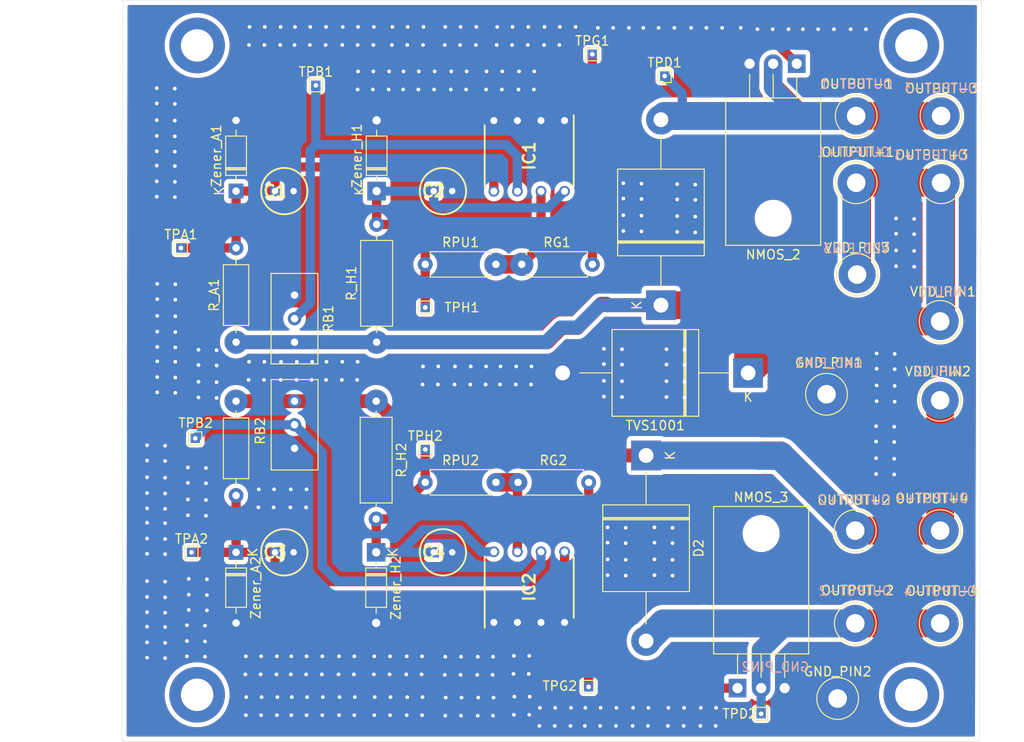
<source format=kicad_pcb>
(kicad_pcb (version 20241229) (generator "pcbnew") (generator_version "9.0")
  (layers (0 "F.Cu" signal) (2 "B.Cu" signal) (13 "F.Paste" user) (15 "B.Paste" user) (5 "F.SilkS" user "F.Silkscreen") (7 "B.SilkS" user "B.Silkscreen") (1 "F.Mask" user) (3 "B.Mask" user) (25 "Edge.Cuts" user))
  (net 0 "")
  (net 1 "GND")
  (net 2 "VDD")
  (net 3 "Net-(NMOS_2-D)")
  (net 4 "Net-(NMOS_3-D)")
  (net 5 "Net-(IC1-OUTPUT2)")
  (net 6 "Net-(IC1-INPUT2-)")
  (net 7 "Net-(IC2-INPUT2-)")
  (net 8 "Net-(IC2-OUTPUT2)")
  (net 9 "Net-(NMOS_2-G)")
  (net 10 "Net-(NMOS_3-G)")
  (net 11 "Net-(IC1-INPUT2+)")
  (net 12 "Net-(IC1-VCC)")
  (net 13 "Net-(IC2-INPUT2+)")
  (net 14 "Net-(IC2-VCC)")
  (net 15 "VDD2")
  (footprint "Resistor_THT:R_Axial_DIN0207_L6.3mm_D2.5mm_P10.16mm_Horizontal" (layer "F.Cu") (at 49.95 73.25 -90)
    (property "Reference" "R_A2" (hide yes))
    (property "Value" "2.5k")
  )
  (footprint "Diode_THT:D_DO-35_SOD27_P7.62mm_Horizontal" (layer "F.Cu") (at 65.1 50.6 90)
    (property "Reference" "Zener_H1")
    (property "Value" "16V")
  )
  (footprint "TestPoint:TestPoint_THTPad_1.0x1.0mm_Drill0.5mm" (layer "F.Cu") (at 106.55 106.95)
    (property "Reference" "TPD2")
    (property "Value" "Output-")
  )
  (footprint "Resistor_THT:R_Axial_DIN0207_L6.3mm_D2.5mm_P7.62mm_Horizontal" (layer "F.Cu") (at 80.74 58.5)
    (property "Reference" "RG1")
    (property "Value" "2.5k")
  )
  (footprint "SamacSys_Parts:CAPPRD200W52D500H1250" (layer "F.Cu") (at 71.25 50.6)
    (property "Reference" "C2")
    (property "Value" "C_Polarized" (hide yes))
  )
  (footprint "Diode_THT:D_DO-35_SOD27_P7.62mm_Horizontal" (layer "F.Cu") (at 65.05 89.54 -90)
    (property "Reference" "Zener_H2")
    (property "Value" "16V")
  )
  (footprint "TestPoint:TestPoint_THTPad_D4.0mm_Drill2.0mm" (layer "F.Cu") (at 125.95 49.7)
    (property "Reference" "OUTPUT+3")
    (property "Value" "~")
  )
  (footprint "TestPoint:TestPoint_THTPad_1.0x1.0mm_Drill0.5mm" (layer "F.Cu") (at 96.15 38.2)
    (property "Reference" "TPD1")
    (property "Value" "Output-")
  )
  (footprint "TestPoint:TestPoint_THTPad_1.0x1.0mm_Drill0.5mm" (layer "F.Cu") (at 87.95 104.05)
    (property "Reference" "TPG2")
    (property "Value" "Gate")
  )
  (footprint "TestPoint:TestPoint_THTPad_D4.0mm_Drill2.0mm" (layer "F.Cu") (at 116.7 97.2)
    (property "Reference" "OUTPUT-2")
    (property "Value" "~")
  )
  (footprint "SamacSys_Parts:CAPPRD200W52D500H1250" (layer "F.Cu") (at 71.25 89.54)
    (property "Reference" "C4")
    (property "Value" "C_Polarized" (hide yes))
  )
  (footprint "TestPoint:TestPoint_THTPad_D4.0mm_Drill2.0mm" (layer "F.Cu") (at 125.85 64.65)
    (property "Reference" "VDD_PIN1")
    (property "Value" "~")
  )
  (footprint "TestPoint:TestPoint_THTPad_1.0x1.0mm_Drill0.5mm" (layer "F.Cu") (at 44 56.73)
    (property "Reference" "TPA1")
    (property "Value" "A_point")
  )
  (footprint "Resistor_THT:R_Axial_DIN0309_L9.0mm_D3.2mm_P12.70mm_Horizontal" (layer "F.Cu") (at 65.05 73.25 -90)
    (property "Reference" "R_H2")
    (property "Value" "1K")
  )
  (footprint "TestPoint:TestPoint_THTPad_D4.0mm_Drill2.0mm" (layer "F.Cu") (at 116.8 42.5)
    (property "Reference" "OUTPUT-1")
    (property "Value" "~")
  )
  (footprint "TestPoint:TestPoint_THTPad_D4.0mm_Drill2.0mm" (layer "F.Cu") (at 116.9 59.6)
    (property "Reference" "VDD_PIN3")
    (property "Value" "~")
  )
  (footprint "TestPoint:TestPoint_THTPad_D4.0mm_Drill2.0mm" (layer "F.Cu") (at 113.6 72.5)
    (property "Reference" "GND_PIN1")
    (property "Value" "~")
  )
  (footprint "SamacSys_Parts:CAPPRD200W52D500H1250" (layer "F.Cu") (at 54.15 89.54)
    (property "Reference" "C3")
    (property "Value" "C_Polarized" (hide yes))
  )
  (footprint "TestPoint:TestPoint_THTPad_1.0x1.0mm_Drill0.5mm" (layer "F.Cu") (at 45.15 89.54)
    (property "Reference" "TPA2")
    (property "Value" "A_point")
  )
  (footprint "TestPoint:TestPoint_THTPad_1.0x1.0mm_Drill0.5mm" (layer "F.Cu") (at 58.55 39.2)
    (property "Reference" "TPB1")
    (property "Value" "B_point")
  )
  (footprint "TestPoint:TestPoint_THTPad_D4.0mm_Drill2.0mm" (layer "F.Cu") (at 125.85 97.2)
    (property "Reference" "OUTPUT-4")
    (property "Value" "~")
  )
  (footprint "Resistor_THT:R_Axial_DIN0207_L6.3mm_D2.5mm_P7.62mm_Horizontal" (layer "F.Cu") (at 70.34 58.5)
    (property "Reference" "RPU1")
    (property "Value" "2.5k")
  )
  (footprint "KiCad:TO-220-3_Horizontal_TabDown" (layer "F.Cu") (at 110.39 36.87 180)
    (property "Reference" "NMOS_2")
    (property "Value" "NMOS")
  )
  (footprint "TestPoint:TestPoint_THTPad_1.0x1.0mm_Drill0.5mm" (layer "F.Cu") (at 88.35 35.85)
    (property "Reference" "TPG1")
    (property "Value" "Gate")
  )
  (footprint "Potentiometer_THT:Potentiometer_Bourns_3296W_Vertical" (layer "F.Cu") (at 56.25 66.89 -90)
    (property "Reference" "RB1")
    (property "Value" "R_Potentiometer_Trim_US")
  )
  (footprint "TestPoint:TestPoint_THTPad_D4.0mm_Drill2.0mm" (layer "F.Cu") (at 114.8 105.3)
    (property "Reference" "GND_PIN2")
    (property "Value" "~")
  )
  (footprint "Potentiometer_THT:Potentiometer_Bourns_3296W_Vertical" (layer "F.Cu") (at 56.25 73.25 90)
    (property "Reference" "RB2")
    (property "Value" "R_Potentiometer_Trim_US")
  )
  (footprint "KiCad:screwHole" (layer "F.Cu") (at 45.75 104.9)
    (property "Reference" "H4")
    (property "Value" "MountingHole")
  )
  (footprint "KiCad:DIP762W56P254L930H431Q8N" (layer "F.Cu") (at 81.55 46.81 -90)
    (property "Reference" "IC1")
    (property "Value" "AS393P-E1" (hide yes))
  )
  (footprint "TestPoint:TestPoint_THTPad_D4.0mm_Drill2.0mm" (layer "F.Cu") (at 125.95 42.5)
    (property "Reference" "OUTPUT-3")
    (property "Value" "~")
  )
  (footprint "TestPoint:TestPoint_THTPad_D4.0mm_Drill2.0mm" (layer "F.Cu") (at 116.8 49.7)
    (property "Reference" "OUTPUT+1")
    (property "Value" "~")
  )
  (footprint "Diode_THT:D_P600_R-6_P20.00mm_Horizontal" (layer "F.Cu") (at 95.75 62.9 90)
    (property "Reference" "D1" (hide yes))
    (property "Value" "5KP28A")
  )
  (footprint "Resistor_THT:R_Axial_DIN0207_L6.3mm_D2.5mm_P10.16mm_Horizontal" (layer "F.Cu") (at 49.95 66.89 90)
    (property "Reference" "R_A1")
    (property "Value" "2.5k")
  )
  (footprint "KiCad:screwHole" (layer "F.Cu") (at 122.75 34.9)
    (property "Reference" "H1")
    (property "Value" "MountingHole")
  )
  (footprint "Diode_THT:D_DO-35_SOD27_P7.62mm_Horizontal" (layer "F.Cu") (at 49.95 89.54 -90)
    (property "Reference" "Zener_A2")
    (property "Value" "11V")
  )
  (footprint "KiCad:TO-220-3_Horizontal_TabDown" (layer "F.Cu") (at 104.01 104.18)
    (property "Reference" "NMOS_3")
    (property "Value" "NMOS")
  )
  (footprint "TestPoint:TestPoint_THTPad_D4.0mm_Drill2.0mm" (layer "F.Cu") (at 125.85 87.2)
    (property "Reference" "OUTPUT+4")
    (property "Value" "~")
  )
  (footprint "Resistor_THT:R_Axial_DIN0207_L6.3mm_D2.5mm_P7.62mm_Horizontal" (layer "F.Cu") (at 70.34 82)
    (property "Reference" "RPU2")
    (property "Value" "2.5k")
  )
  (footprint "TestPoint:TestPoint_THTPad_1.0x1.0mm_Drill0.5mm" (layer "F.Cu") (at 70.35 78.45)
    (property "Reference" "TPH2")
    (property "Value" "H_point")
  )
  (footprint "Diode_THT:D_P600_R-6_P20.00mm_Horizontal" (layer "F.Cu") (at 94.15 79.1 -90)
    (property "Reference" "D2")
    (property "Value" "5KP28A")
  )
  (footprint "SamacSys_Parts:CAPPRD200W52D500H1250" (layer "F.Cu") (at 54.15 50.6)
    (property "Reference" "C1")
    (property "Value" "C_Polarized" (hide yes))
  )
  (footprint "KiCad:screwHole" (layer "F.Cu") (at 45.75 34.9)
    (property "Reference" "H3")
    (property "Value" "MountingHole")
  )
  (footprint "TestPoint:TestPoint_THTPad_D4.0mm_Drill2.0mm" (layer "F.Cu") (at 125.85 73.15)
    (property "Reference" "VDD_PIN2")
    (property "Value" "~")
  )
  (footprint "Resistor_THT:R_Axial_DIN0207_L6.3mm_D2.5mm_P7.62mm_Horizontal" (layer "F.Cu") (at 80.34 82)
    (property "Reference" "RG2")
    (property "Value" "2.5k")
  )
  (footprint "Diode_THT:D_P600_R-6_P20.00mm_Horizontal" (layer "F.Cu") (at 105.15 70.2 180)
    (property "Reference" "TVS1001")
    (property "Value" "100V")
  )
  (footprint "TestPoint:TestPoint_THTPad_1.0x1.0mm_Drill0.5mm" (layer "F.Cu") (at 45.55 77.25)
    (property "Reference" "TPB2")
    (property "Value" "B_point")
  )
  (footprint "Diode_THT:D_DO-35_SOD27_P7.62mm_Horizontal" (layer "F.Cu") (at 49.95 50.6 90)
    (property "Reference" "Zener_A1")
    (property "Value" "11V")
  )
  (footprint "TestPoint:TestPoint_THTPad_1.0x1.0mm_Drill0.5mm" (layer "F.Cu") (at 70.34 63.15)
    (property "Reference" "TPH1")
    (property "Value" "H_point")
  )
  (footprint "KiCad:screwHole" (layer "F.Cu") (at 122.75 104.9)
    (property "Reference" "H2")
    (property "Value" "MountingHole")
  )
  (footprint "TestPoint:TestPoint_THTPad_D4.0mm_Drill2.0mm" (layer "F.Cu") (at 116.7 87.2)
    (property "Reference" "OUTPUT+2")
    (property "Value" "~")
  )
  (footprint "Resistor_THT:R_Axial_DIN0309_L9.0mm_D3.2mm_P12.70mm_Horizontal" (layer "F.Cu") (at 65.1 66.89 90)
    (property "Reference" "R_H1")
    (property "Value" "1K")
  )
  (footprint "KiCad:DIP762W56P254L930H431Q8N" (layer "F.Cu") (at 81.55 93.29 90)
    (property "Reference" "IC2")
    (property "Value" "AS393P-E1" (hide yes))
  )
  (gr_line (start 130.3 30.05) (end 130.1 109.9) (stroke (width 0.0381)) (layer "Edge.Cuts"))
  (gr_line (start 37.75 30.05) (end 37.65 109.9) (stroke (width 0.0381)) (layer "Edge.Cuts"))
  (gr_line (start 130.1 109.9) (end 37.65 109.9) (stroke (width 0.0381)) (layer "Edge.Cuts"))
  (gr_line (start 130.3 30.05) (end 37.75 30.05) (stroke (width 0.0381)) (layer "Edge.Cuts"))
  (gr_text "OUTPUT+3" (at 124.85 46.75 0) (layer "B.SilkS") (effects (font (size 1 1)) (justify mirror)))
  (gr_text "GND_PIN1" (at 113.85 69.15 0) (layer "B.SilkS") (effects (font (size 1 1)) (justify mirror)))
  (gr_text "OUTPUT-2" (at 116.7 93.7 0) (layer "B.SilkS") (effects (font (size 1 1)) (justify mirror)))
  (gr_text "VDD_PIN3" (at 116.8 56.8 0) (layer "B.SilkS") (effects (font (size 1 1)) (justify mirror)))
  (gr_text "OUTPUT-3" (at 125.95 39.5 0) (layer "B.SilkS") (effects (font (size 1 1)) (justify mirror)))
  (gr_text "OUTPUT+4" (at 125 83.7 0) (layer "B.SilkS") (effects (font (size 1 1)) (justify mirror)))
  (gr_text "OUTPUT-1" (at 116.8 39.05 0) (layer "B.SilkS") (effects (font (size 1 1)) (justify mirror)))
  (gr_text "OUTPUT-4" (at 125.85 93.75 0) (layer "B.SilkS") (effects (font (size 1 1)) (justify mirror)))
  (gr_text "INPUT1" (at 126.1 61.45 0) (layer "B.SilkS") (effects (font (size 1 1)) (justify mirror)))
  (gr_text "INPUT2" (at 125.65 70.05 0) (layer "B.SilkS") (effects (font (size 1 1)) (justify mirror)))
  (gr_text "GND_PIN2" (at 108.1 101.9 0) (layer "B.SilkS") (effects (font (size 1 1)) (justify mirror)))
  (gr_text "OUTPUT+1" (at 116.5 46.4 0) (layer "B.SilkS") (effects (font (size 1 1)) (justify mirror)))
  (gr_text "OUTPUT+2" (at 116.6 83.9 0) (layer "B.SilkS") (effects (font (size 1 1)) (justify mirror)))
  (via (at 72.5 32.9) (size 0.6) (drill 0.4) (layers "F.Cu" "B.Cu") (net 1))
  (via (at 93.65 51.45) (size 0.6) (drill 0.4) (layers "F.Cu" "B.Cu") (net 1))
  (via (at 89.6 72.75) (size 0.6) (drill 0.4) (layers "F.Cu" "B.Cu") (net 1))
  (via (at 69.6 39.65) (size 0.6) (drill 0.4) (layers "F.Cu" "B.Cu") (net 1))
  (via (at 78.4 71.45) (size 0.6) (drill 0.4) (layers "F.Cu" "B.Cu") (net 1))
  (via (at 41.45 67.4) (size 0.6) (drill 0.4) (layers "F.Cu" "B.Cu") (net 1))
  (via (at 62.7 107.1) (size 0.6) (drill 0.4) (layers "F.Cu" "B.Cu") (net 1))
  (via (at 74.2 100.8) (size 0.6) (drill 0.4) (layers "F.Cu" "B.Cu") (net 1))
  (via (at 91.7 51.4) (size 0.6) (drill 0.4) (layers "F.Cu" "B.Cu") (net 1))
  (via (at 87.55 108.25) (size 0.6) (drill 0.4) (layers "F.Cu" "B.Cu") (net 1))
  (via (at 96.35 67.65) (size 0.6) (drill 0.4) (layers "F.Cu" "B.Cu") (net 1))
  (via (at 42.3 81.5) (size 0.6) (drill 0.4) (layers "F.Cu" "B.Cu") (net 1))
  (via (at 97 92.05) (size 0.6) (drill 0.4) (layers "F.Cu" "B.Cu") (net 1))
  (via (at 97 90.35) (size 0.6) (drill 0.4) (layers "F.Cu" "B.Cu") (net 1))
  (via (at 41.45 68.95) (size 0.6) (drill 0.4) (layers "F.Cu" "B.Cu") (net 1))
  (via (at 74.25 105.2) (size 0.6) (drill 0.4) (layers "F.Cu" "B.Cu") (net 1))
  (via (at 43.4 70.7) (size 0.6) (drill 0.4) (layers "F.Cu" "B.Cu") (net 1))
  (via (at 77.65 107.15) (size 0.6) (drill 0.4) (layers "F.Cu" "B.Cu") (net 1))
  (via (at 81.55 100.7) (size 0.6) (drill 0.4) (layers "F.Cu" "B.Cu") (net 1))
  (via (at 76.05 105.2) (size 0.6) (drill 0.4) (layers "F.Cu" "B.Cu") (net 1))
  (via (at 100.65 33) (size 0.6) (drill 0.4) (layers "F.Cu" "B.Cu") (net 1))
  (via (at 44.75 80.4) (size 0.6) (drill 0.4) (layers "F.Cu" "B.Cu") (net 1))
  (via (at 76 107.15) (size 0.6) (drill 0.4) (layers "F.Cu" "B.Cu") (net 1))
  (via (at 75.95 102.75) (size 0.6) (drill 0.4) (layers "F.Cu" "B.Cu") (net 1))
  (via (at 55.9 107.1) (size 0.6) (drill 0.4) (layers "F.Cu" "B.Cu") (net 1))
  (via (at 54 84.7) (size 0.6) (drill 0.4) (layers "F.Cu" "B.Cu") (net 1))
  (via (at 89.6 69.25) (size 0.6) (drill 0.4) (layers "F.Cu" "B.Cu") (net 1))
  (via (at 54.05 82.75) (size 0.6) (drill 0.4) (layers "F.Cu" "B.Cu") (net 1))
  (via (at 57.55 100.75) (size 0.6) (drill 0.4) (layers "F.Cu" "B.Cu") (net 1))
  (via (at 82.1 37.7) (size 0.6) (drill 0.4) (layers "F.Cu" "B.Cu") (net 1))
  (via (at 123.05 57.05) (size 0.6) (drill 0.4) (layers "F.Cu" "B.Cu") (net 1))
  (via (at 67.95 39.65) (size 0.6) (drill 0.4) (layers "F.Cu" "B.Cu") (net 1))
  (via (at 64.85 100.75) (size 0.6) (drill 0.4) (layers "F.Cu" "B.Cu") (net 1))
  (via (at 71.3 39.65) (size 0.6) (drill 0.4) (layers "F.Cu" "B.Cu") (net 1))
  (via (at 83.2 32.9) (size 0.6) (drill 0.4) (layers "F.Cu" "B.Cu") (net 1))
  (via (at 106.15 33.15) (size 0.6) (drill 0.4) (layers "F.Cu" "B.Cu") (net 1))
  (via (at 119 71.55) (size 0.6) (drill 0.4) (layers "F.Cu" "B.Cu") (net 1))
  (via (at 41.4 44.65) (size 0.6) (drill 0.4) (layers "F.Cu" "B.Cu") (net 1))
  (via (at 55.85 102.7) (size 0.6) (drill 0.4) (layers "F.Cu" "B.Cu") (net 1))
  (via (at 68.3 102.7) (size 0.6) (drill 0.4) (layers "F.Cu" "B.Cu") (net 1))
  (via (at 57.95 32.9) (size 0.6) (drill 0.4) (layers "F.Cu" "B.Cu") (net 1))
  (via (at 57.9 34.85) (size 0.6) (drill 0.4) (layers "F.Cu" "B.Cu") (net 1))
  (via (at 80.4 39.65) (size 0.6) (drill 0.4) (layers "F.Cu" "B.Cu") (net 1))
  (via (at 45.9 72.85) (size 0.6) (drill 0.4) (layers "F.Cu" "B.Cu") (net 1))
  (via (at 43.4 72.35) (size 0.6) (drill 0.4) (layers "F.Cu" "B.Cu") (net 1))
  (via (at 40.35 86.35) (size 0.6) (drill 0.4) (layers "F.Cu" "B.Cu") (net 1))
  (via (at 77.7 105.2) (size 0.6) (drill 0.4) (layers "F.Cu" "B.Cu") (net 1))
  (via (at 81.4 34.85) (size 0.6) (drill 0.4) (layers "F.Cu" "B.Cu") (net 1))
  (via (at 68.35 107.1) (size 0.6) (drill 0.4) (layers "F.Cu" "B.Cu") (net 1))
  (via (at 93.65 54.95) (size 0.6) (drill 0.4) (layers "F.Cu" "B.Cu") (net 1))
  (via (at 72.55 105.2) (size 0.6) (drill 0.4) (layers "F.Cu" "B.Cu") (net 1))
  (via (at 59.2 102.7) (size 0.6) (drill 0.4) (layers "F.Cu" "B.Cu") (net 1))
  (via (at 40.35 96) (size 0.6) (drill 0.4) (layers "F.Cu" "B.Cu") (net 1))
  (via (at 81.45 32.9) (size 0.6) (drill 0.4) (layers "F.Cu" "B.Cu") (net 1))
  (via (at 42.3 88.1) (size 0.6) (drill 0.4) (layers "F.Cu" "B.Cu") (net 1))
  (via (at 57.5 84.7) (size 0.6) (drill 0.4) (layers "F.Cu" "B.Cu") (net 1))
  (via (at 41.45 60.6) (size 0.6) (drill 0.4) (layers "F.Cu" "B.Cu") (net 1))
  (via (at 61.05 107.1) (size 0.6) (drill 0.4) (layers "F.Cu" "B.Cu") (net 1))
  (via (at 55.95 105.15) (size 0.6) (drill 0.4) (layers "F.Cu" "B.Cu") (net 1))
  (via (at 63.05 69) (size 0.6) (drill 0.4) (layers "F.Cu" "B.Cu") (net 1))
  (via (at 42.3 84.85) (size 0.6) (drill 0.4) (layers "F.Cu" "B.Cu") (net 1))
  (via (at 50.95 102.7) (size 0.6) (drill 0.4) (layers "F.Cu" "B.Cu") (net 1))
  (via (at 90.6 33) (size 0.6) (drill 0.4) (layers "F.Cu" "B.Cu") (net 1))
  (via (at 46.8 95.8) (size 0.6) (drill 0.4) (layers "F.Cu" "B.Cu") (net 1))
  (via (at 84.8 34.85) (size 0.6) (drill 0.4) (layers "F.Cu" "B.Cu") (net 1))
  (via (at 42.3 89.75) (size 0.6) (drill 0.4) (layers "F.Cu" "B.Cu") (net 1))
  (via (at 91.7 54.9) (size 0.6) (drill 0.4) (layers "F.Cu" "B.Cu") (net 1))
  (via (at 78.65 37.7) (size 0.6) (drill 0.4) (layers "F.Cu" "B.Cu") (net 1))
  (via (at 43.35 51.25) (size 0.6) (drill 0.4) (layers "F.Cu" "B.Cu") (net 1))
  (via (at 121.1 53.55) (size 0.6) (drill 0.4) (layers "F.Cu" "B.Cu") (net 1))
  (via (at 95.05 92) (size 0.6) (drill 0.4) (layers "F.Cu" "B.Cu") (net 1))
  (via (at 123.05 53.6) (size 0.6) (drill 0.4) (layers "F.Cu" "B.Cu") (net 1))
  (via (at 59.3 105.15) (size 0.6) (drill 0.4) (layers "F.Cu" "B.Cu") (net 1))
  (via (at 44.75 82.05) (size 0.6) (drill 0.4) (layers "F.Cu" "B.Cu") (net 1))
  (via (at 41.4 49.55) (size 0.6) (drill 0.4) (layers "F.Cu" "B.Cu") (net 1))
  (via (at 92.7 108.25) (size 0.6) (drill 0.4) (layers "F.Cu" "B.Cu") (net 1))
  (via (at 93.85 33) (size 0.6) (drill 0.4) (layers "F.Cu" "B.Cu") (net 1))
  (via (at 79.75 32.9) (size 0.6) (drill 0.4) (layers "F.Cu" "B.Cu") (net 1))
  (via (at 82.7 106.3) (size 0.6) (drill 0.4) (layers "F.Cu" "B.Cu") (net 1))
  (via (at 91.7 49.75) (size 0.6) (drill 0.4) (layers "F.Cu" "B.Cu") (net 1))
  (via (at 66.6 105.15) (size 0.6) (drill 0.4) (layers "F.Cu" "B.Cu") (net 1))
  (via (at 53 69) (size 0.6) (drill 0.4) (layers "F.Cu" "B.Cu") (net 1))
  (via (at 70.1 69.5) (size 0.6) (drill 0.4) (layers "F.Cu" "B.Cu") (net 1))
  (via (at 89.6 67.6) (size 0.6) (drill 0.4) (layers "F.Cu" "B.Cu") (net 1))
  (via (at 74.75 39.65) (size 0.6) (drill 0.4) (layers "F.Cu" "B.Cu") (net 1))
  (via (at 68.4 105.15) (size 0.6) (drill 0.4) (layers "F.Cu" "B.Cu") (net 1))
  (via (at 120.95 71.6) (size 0.6) (drill 0.4) (layers "F.Cu" "B.Cu") (net 1))
  (via (at 90.95 106.3) (size 0.6) (drill 0.4) (layers "F.Cu" "B.Cu") (net 1))
  (via (at 73.5 71.45) (size 0.6) (drill 0.4) (layers "F.Cu" "B.Cu") (net 1))
  (via (at 91.95 88.55) (size 0.6) (drill 0.4) (layers "F.Cu" "B.Cu") (net 1))
  (via (at 74.15 32.9) (size 0.6) (drill 0.4) (layers "F.Cu" "B.Cu") (net 1))
  (via (at 59.25 100.75) (size 0.6) (drill 0.4) (layers "F.Cu" "B.Cu") (net 1))
  (via (at 47.85 69.4) (size 0.6) (drill 0.4) (layers "F.Cu" "B.Cu") (net 1))
  (via (at 100.05 106.3) (size 0.6) (drill 0.4) (layers "F.Cu" "B.Cu") (net 1))
  (via (at 43.35 49.6) (size 0.6) (drill 0.4) (layers "F.Cu" "B.Cu") (net 1))
  (via (at 91.55 69.3) (size 0.6) (drill 0.4) (layers "F.Cu" "B.Cu") (net 1))
  (via (at 75.2 71.45) (size 0.6) (drill 0.4) (layers "F.Cu" "B.Cu") (net 1))
  (via (at 75.25 69.5) (size 0.6) (drill 0.4) (layers "F.Cu" "B.Cu") (net 1))
  (via (at 47.85 71.2) (size 0.6) (drill 0.4) (layers "F.Cu" "B.Cu") (net 1))
  (via (at 87.6 106.3) (size 0.6) (drill 0.4) (layers "F.Cu" "B.Cu") (net 1))
  (via (at 119 69.75) (size 0.6) (drill 0.4) (layers "F.Cu" "B.Cu") (net 1))
  (via (at 118.95 75.95) (size 0.6) (drill 0.4) (layers "F.Cu" "B.Cu") (net 1))
  (via (at 40.35 94.35) (size 0.6) (drill 0.4) (layers "F.Cu" "B.Cu") (net 1))
  (via (at 47.85 72.9) (size 0.6) (drill 0.4) (layers "F.Cu" "B.Cu") (net 1))
  (via (at 68.4 34.85) (size 0.6) (drill 0.4) (layers "F.Cu" "B.Cu") (net 1))
  (via (at 69.95 102.7) (size 0.6) (drill 0.4) (layers "F.Cu" "B.Cu") (net 1))
  (via (at 98.2 108.25) (size 0.6) (drill 0.4) (layers "F.Cu" "B.Cu") (net 1))
  (via (at 72.5 107.15) (size 0.6) (drill 0.4) (layers "F.Cu" "B.Cu") (net 1))
  (via (at 82.65 108.25) (size 0.6) (drill 0.4) (layers "F.Cu" "B.Cu") (net 1))
  (via (at 44.85 94.1) (size 0.6) (drill 0.4) (layers "F.Cu" "B.Cu") (net 1))
  (via (at 56.25 34.85) (size 0.6) (drill 0.4) (layers "F.Cu" "B.Cu") (net 1))
  (via (at 119 73.25) (size 0.6) (drill 0.4) (layers "F.Cu" "B.Cu") (net 1))
  (via (at 41.45 62.25) (size 0.6) (drill 0.4) (layers "F.Cu" "B.Cu") (net 1))
  (via (at 119 68.1) (size 0.6) (drill 0.4) (layers "F.Cu" "B.Cu") (net 1))
  (via (at 42.3 96.05) (size 0.6) (drill 0.4) (layers "F.Cu" "B.Cu") (net 1))
  (via (at 66.4 39.65) (size 0.6) (drill 0.4) (layers "F.Cu" "B.Cu") (net 1))
  (via (at 95.05 90.3) (size 0.6) (drill 0.4) (layers "F.Cu" "B.Cu") (net 1))
  (via (at 90.9 108.25) (size 0.6) (drill 0.4) (layers "F.Cu" "B.Cu") (net 1))
  (via (at 88.95 33) (size 0.6) (drill 0.4) (layers "F.Cu" "B.Cu") (net 1))
  (via (at 68 37.7) (size 0.6) (drill 0.4) (layers "F.Cu" "B.Cu") (net 1))
  (via (at 46.7 80.45) (size 0.6) (drill 0.4) (layers "F.Cu" "B.Cu") (net 1))
  (via (at 58.1 70.95) (size 0.6) (drill 0.4) (layers "F.Cu" "B.Cu") (net 1))
  (via (at 54.3 102.7) (size 0.6) (drill 0.4) (layers "F.Cu" "B.Cu") (net 1))
  (via (at 54.75 32.9) (size 0.6) (drill 0.4) (layers "F.Cu" "B.Cu") (net 1))
  (via (at 92.75 106.3) (size 0.6) (drill 0.4) (layers "F.Cu" "B.Cu") (net 1))
  (via (at 44.65 97.4) (size 0.6) (drill 0.4) (layers "F.Cu" "B.Cu") (net 1))
  (via (at 90 88.5) (size 0.6) (drill 0.4) (layers "F.Cu" "B.Cu") (net 1))
  (via (at 96.35 72.8) (size 0.6) (drill 0.4) (layers "F.Cu" "B.Cu") (net 1))
  (via (at 63.05 39.65) (size 0.6) (drill 0.4) (layers "F.Cu" "B.Cu") (net 1))
  (via (at 54.8 69) (size 0.6) (drill 0.4) (layers "F.Cu" "B.Cu") (net 1))
  (via (at 40.35 97.55) (size 0.6) (drill 0.4) (layers "F.Cu" "B.Cu") (net 1))
  (via (at 76 100.8) (size 0.6) (drill 0.4) (layers "F.Cu" "B.Cu") (net 1))
  (via (at 61.45 32.9) (size 0.6) (drill 0.4) (layers "F.Cu" "B.Cu") (net 1))
  (via (at 54.7 34.85) (size 0.6) (drill 0.4) (layers "F.Cu" "B.Cu") (net 1))
  (via (at 42.3 83.2) (size 0.6) (drill 0.4) (layers "F.Cu" "B.Cu") (net 1))
  (via (at 70.05 71.45) (size 0.6) (drill 0.4) (layers "F.Cu" "B.Cu") (net 1))
  (via (at 97 86.9) (size 0.6) (drill 0.4) (layers "F.Cu" "B.Cu") (net 1))
  (via (at 78.45 69.5) (size 0.6) (drill 0.4) (layers "F.Cu" "B.Cu") (net 1))
  (via (at 46.6 100.8) (size 0.6) (drill 0.4) (layers "F.Cu" "B.Cu") (net 1))
  (via (at 99.45 51.55) (size 0.6) (drill 0.4) (layers "F.Cu" "B.Cu") (net 1))
  (via (at 63.1 37.7) (size 0.6) (drill 0.4) (layers "F.Cu" "B.Cu") (net 1))
  (via (at 91.55 67.65) (size 0.6) (drill 0.4) (layers "F.Cu" "B.Cu") (net 1))
  (via (at 100 108.25) (size 0.6) (drill 0.4) (layers "F.Cu" "B.Cu") (net 1))
  (via (at 120.95 73.3) (size 0.6) (drill 0.4) (layers "F.Cu" "B.Cu") (net 1))
  (via (at 109.5 33.15) (size 0.6) (drill 0.4) (layers "F.Cu" "B.Cu") (net 1))
  (via (at 72.45 34.85) (size 0.6) (drill 0.4) (layers "F.Cu" "B.Cu") (net 1))
  (via (at 70.1 34.85) (size 0.6) (drill 0.4) (layers "F.Cu" "B.Cu") (net 1))
  (via (at 61.05 100.75) (size 0.6) (drill 0.4) (layers "F.Cu" "B.Cu") (net 1))
  (via (at 46.6 97.45) (size 0.6) (drill 0.4) (layers "F.Cu" "B.Cu") (net 1))
  (via (at 44.65 99.1) (size 0.6) (drill 0.4) (layers "F.Cu" "B.Cu") (net 1))
  (via (at 68.45 32.9) (size 0.6) (drill 0.4) (layers "F.Cu" "B.Cu") (net 1))
  (via (at 78.6 39.65) (size 0.6) (drill 0.4) (layers "F.Cu" "B.Cu") (net 1))
  (via (at 121.1 55.2) (size 0.6) (drill 0.4) (layers "F.Cu" "B.Cu") (net 1))
  (via (at 43.4 60.65) (size 0.6) (drill 0.4) (layers "F.Cu" "B.Cu") (net 1))
  (via (at 98.25 106.3) (size 0.6) (drill 0.4) (layers "F.Cu" "B.Cu") (net 1))
  (via (at 40.35 100.9) (size 0.6) (drill 0.4) (layers "F.Cu" "B.Cu") (net 1))
  (via (at 99.45 49.9) (size 0.6) (drill 0.4) (layers "F.Cu" "B.Cu") (net 1))
  (via (at 78.1 32.9) (size 0.6) (drill 0.4) (layers "F.Cu" "B.Cu") (net 1))
  (via (at 56.5 69) (size 0.6) (drill 0.4) (layers "F.Cu" "B.Cu") (net 1))
  (via (at 73.15 37.7) (size 0.6) (drill 0.4) (layers "F.Cu" "B.Cu") (net 1))
  (via (at 70.15 32.9) (size 0.6) (drill 0.4) (layers "F.Cu" "B.Cu") (net 1))
  (via (at 44.85 95.75) (size 0.6) (drill 0.4) (layers "F.Cu" "B.Cu") (net 1))
  (via (at 66.55 100.75) (size 0.6) (drill 0.4) (layers "F.Cu" "B.Cu") (net 1))
  (via (at 42.3 78.05) (size 0.6) (drill 0.4) (layers "F.Cu" "B.Cu") (net 1))
  (via (at 121.1 57) (size 0.6) (drill 0.4) (layers "F.Cu" "B.Cu") (net 1))
  (via (at 89.25 106.3) (size 0.6) (drill 0.4) (layers "F.Cu" "B.Cu") (net 1))
  (via (at 51.3 70.95) (size 0.6) (drill 0.4) (layers "F.Cu" "B.Cu") (net 1))
  (via (at 41.4 41.15) (size 0.6) (drill 0.4) (layers "F.Cu" "B.Cu") (net 1))
  (via (at 98.3 67.7) (size 0.6) (drill 0.4) (layers "F.Cu" "B.Cu") (net 1))
  (via (at 52.65 107.1) (size 0.6) (drill 0.4) (layers "F.Cu" "B.Cu") (net 1))
  (via (at 76.85 71.45) (size 0.6) (drill 0.4) (layers "F.Cu" "B.Cu") (net 1))
  (via (at 73.55 69.5) (size 0.6) (drill 0.4) (layers "F.Cu" "B.Cu") (net 1))
  (via (at 63.05 34.85) (size 0.6) (drill 0.4) (layers "F.Cu" "B.Cu") (net 1))
  (via (at 107.8 33.15) (size 0.6) (drill 0.4) (layers "F.Cu" "B.Cu") (net 1))
  (via (at 97.5 53.3) (size 0.6) (drill 0.4) (layers "F.Cu" "B.Cu") (net 1))
  (via (at 90 90.3) (size 0.6) (drill 0.4) (layers "F.Cu" "B.Cu") (net 1))
  (via (at 82.05 39.65) (size 0.6) (drill 0.4) (layers "F.Cu" "B.Cu") (net 1))
  (via (at 114.4 33.15) (size 0.6) (drill 0.4) (layers "F.Cu" "B.Cu") (net 1))
  (via (at 40.35 84.8) (size 0.6) (drill 0.4) (layers "F.Cu" "B.Cu") (net 1))
  (via (at 72.5 100.8) (size 0.6) (drill 0.4) (layers "F.Cu" "B.Cu") (net 1))
  (via (at 54.35 107.1) (size 0.6) (drill 0.4) (layers "F.Cu" "B.Cu") (net 1))
  (via (at 54.75 70.95) (size 0.6) (drill 0.4) (layers "F.Cu" "B.Cu") (net 1))
  (via (at 79.7 34.85) (size 0.6) (drill 0.4) (layers "F.Cu" "B.Cu") (net 1))
  (via (at 43.4 69) (size 0.6) (drill 0.4) (layers "F.Cu" "B.Cu") (net 1))
  (via (at 56.45 70.95) (size 0.6) (drill 0.4) (layers "F.Cu" "B.Cu") (net 1))
  (via (at 81.55 107.05) (size 0.6) (drill 0.4) (layers "F.Cu" "B.Cu") (net 1))
  (via (at 91.55 72.8) (size 0.6) (drill 0.4) (layers "F.Cu" "B.Cu") (net 1))
  (via (at 61.35 70.95) (size 0.6) (drill 0.4) (layers "F.Cu" "B.Cu") (net 1))
  (via (at 42.3 97.6) (size 0.6) (drill 0.4) (layers "F.Cu" "B.Cu") (net 1))
  (via (at 42.3 86.4) (size 0.6) (drill 0.4) (layers "F.Cu" "B.Cu") (net 1))
  (via (at 99.45 55.05) (size 0.6) (drill 0.4) (layers "F.Cu" "B.Cu") (net 1))
  (via (at 120.9 81.15) (size 0.6) (drill 0.4) (layers "F.Cu" "B.Cu") (net 1))
  (via (at 56.3 32.9) (size 0.6) (drill 0.4) (layers "F.Cu" "B.Cu") (net 1))
  (via (at 89.2 108.25) (size 0.6) (drill 0.4) (layers "F.Cu" "B.Cu") (net 1))
  (via (at 46.7 85.6) (size 0.6) (drill 0.4) (layers "F.Cu" "B.Cu") (net 1))
  (via (at 79.85 102.65) (size 0.6) (drill 0.4) (layers "F.Cu" "B.Cu") (net 1))
  (via (at 64.75 37.7) (size 0.6) (drill 0.4) (layers "F.Cu" "B.Cu") (net 1))
  (via (at 43.4 65.8) (size 0.6) (drill 0.4) (layers "F.Cu" "B.Cu") (net 1))
  (via (at 70 100.75) (size 0.6) (drill 0.4) (layers "F.Cu" "B.Cu") (net 1))
  (via (at 52.35 84.7) (size 0.6) (drill 0.4) (layers "F.Cu" "B.Cu") (net 1))
  (via (at 89.6 71.05) (size 0.6) (drill 0.4) (layers "F.Cu" "B.Cu") (net 1))
  (via (at 51.4 32.9) (size 0.6) (drill 0.4) (layers "F.Cu" "B.Cu") (net 1))
  (via (at 59.25 107.1) (size 0.6) (drill 0.4) (layers "F.Cu" "B.Cu") (net 1))
  (via (at 41.4 39.5) (size 0.6) (drill 0.4) (layers "F.Cu" "B.Cu") (net 1))
  (via (at 81.5 102.65) (size 0.6) (drill 0.4) (layers "F.Cu" "B.Cu") (net 1))
  (via (at 98.3 71.15) (size 0.6) (drill 0.4) (layers "F.Cu" "B.Cu") (net 1))
  (via (at 97 88.55) (size 0.6) (drill 0.4) (layers "F.Cu" "B.Cu") (net 1))
  (via (at 64.7 39.65) (size 0.6) (drill 0.4) (layers "F.Cu" "B.Cu") (net 1))
  (via (at 120.9 77.65) (size 0.6) (drill 0.4) (layers "F.Cu" "B.Cu") (net 1))
  (via (at 52.7 105.15) (size 0.6) (drill 0.4) (layers "F.Cu" "B.Cu") (net 1))
  (via (at 44.75 85.55) (size 0.6) (drill 0.4) (layers "F.Cu" "B.Cu") (net 1))
  (via (at 66.55 107.1) (size 0.6) (drill 0.4) (layers "F.Cu" "B.Cu") (net 1))
  (via (at 123.05 58.75) (size 0.6) (drill 0.4) (layers "F.Cu" "B.Cu") (net 1))
  (via (at 45.9 71.15) (size 0.6) (drill 0.4) (layers "F.Cu" "B.Cu") (net 1))
  (via (at 46.8 94.15) (size 0.6) (drill 0.4) (layers "F.Cu" "B.Cu") (net 1))
  (via (at 41.4 46.3) (size 0.6) (drill 0.4) (layers "F.Cu" "B.Cu") (net 1))
  (via (at 55.85 82.75) (size 0.6) (drill 0.4) (layers "F.Cu" "B.Cu") (net 1))
  (via (at 101.7 106.3) (size 0.6) (drill 0.4) (layers "F.Cu" "B.Cu") (net 1))
  (via (at 79.9 107.05) (size 0.6) (drill 0.4) (layers "F.Cu" "B.Cu") (net 1))
  (via (at 99 33) (size 0.6) (drill 0.4) (layers "F.Cu" "B.Cu") (net 1))
  (via (at 70 107.1) (size 0.6) (drill 0.4) (layers "F.Cu" "B.Cu") (net 1))
  (via (at 53.05 32.9) (size 0.6) (drill 0.4) (layers "F.Cu" "B.Cu") (net 1))
  (via (at 84.35 106.3) (size 0.6) (drill 0.4) (layers "F.Cu" "B.Cu") (net 1))
  (via (at 71.75 69.5) (size 0.6) (drill 0.4) (layers "F.Cu" "B.Cu") (net 1))
  (via (at 74.8 37.7) (size 0.6) (drill 0.4) (layers "F.Cu" "B.Cu") (net 1))
  (via (at 44.75 83.85) (size 0.6) (drill 0.4) (layers "F.Cu" "B.Cu") (net 1))
  (via (at 123.05 55.25) (size 0.6) (drill 0.4) (layers "F.Cu" "B.Cu") (net 1))
  (via (at 47.85 67.75) (size 0.6) (drill 0.4) (layers "F.Cu" "B.Cu") (net 1))
  (via (at 52.4 82.75) (size 0.6) (drill 0.4) (layers "F.Cu" "B.Cu") (net 1))
  (via (at 118.95 77.6) (size 0.6) (drill 0.4) (layers "F.Cu" "B.Cu") (net 1))
  (via (at 80.1 71.45) (size 0.6) (drill 0.4) (layers "F.Cu" "B.Cu") (net 1))
  (via (at 43.4 64.1) (size 0.6) (drill 0.4) (layers "F.Cu" "B.Cu") (net 1))
  (via (at 40.35 92.65) (size 0.6) (drill 0.4) (layers "F.Cu" "B.Cu") (net 1))
  (via (at 91.95 86.9) (size 0.6) (drill 0.4) (layers "F.Cu" "B.Cu") (net 1))
  (via (at 59.6 34.85) (size 0.6) (drill 0.4) (layers "F.Cu" "B.Cu") (net 1))
  (via (at 101.65 108.25) (size 0.6) (drill 0.4) (layers "F.Cu" "B.Cu") (net 1))
  (via (at 95.5 33) (size 0.6) (drill 0.4) (layers "F.Cu" "B.Cu") (net 1))
  (via (at 84.3 108.25) (size 0.6) (drill 0.4) (layers "F.Cu" "B.Cu") (net 1))
  (via (at 59.65 70.95) (size 0.6) (drill 0.4) (layers "F.Cu" "B.Cu") (net 1))
  (via (at 91.55 71.1) (size 0.6) (drill 0.4) (layers "F.Cu" "B.Cu") (net 1))
  (via (at 46.8 92.45) (size 0.6) (drill 0.4) (layers "F.Cu" "B.Cu") (net 1))
  (via (at 66.8 32.9) (size 0.6) (drill 0.4) (layers "F.Cu" "B.Cu") (net 1))
  (via (at 77.6 102.75) (size 0.6) (drill 0.4) (layers "F.Cu" "B.Cu") (net 1))
  (via (at 44.65 100.75) (size 0.6) (drill 0.4) (layers "F.Cu" "B.Cu") (net 1))
  (via (at 97.5 49.85) (size 0.6) (drill 0.4) (layers "F.Cu" "B.Cu") (net 1))
  (via (at 66.5 102.7) (size 0.6) (drill 0.4) (layers "F.Cu" "B.Cu") (net 1))
  (via (at 73.1 39.65) (size 0.6) (drill 0.4) (layers "F.Cu" "B.Cu") (net 1))
  (via (at 64.8 32.9) (size 0.6) (drill 0.4) (layers "F.Cu" "B.Cu") (net 1))
  (via (at 76.95 37.7) (size 0.6) (drill 0.4) (layers "F.Cu" "B.Cu") (net 1))
  (via (at 40.35 83.15) (size 0.6) (drill 0.4) (layers "F.Cu" "B.Cu") (net 1))
  (via (at 42.3 99.3) (size 0.6) (drill 0.4) (layers "F.Cu" "B.Cu") (net 1))
  (via (at 111.05 33.15) (size 0.6) (drill 0.4) (layers "F.Cu" "B.Cu") (net 1))
  (via (at 80.45 37.7) (size 0.6) (drill 0.4) (layers "F.Cu" "B.Cu") (net 1))
  (via (at 93.65 53.25) (size 0.6) (drill 0.4) (layers "F.Cu" "B.Cu") (net 1))
  (via (at 117.85 33.15) (size 0.6) (drill 0.4) (layers "F.Cu" "B.Cu") (net 1))
  (via (at 57.55 82.75) (size 0.6) (drill 0.4) (layers "F.Cu" "B.Cu") (net 1))
  (via (at 43.35 41.2) (size 0.6) (drill 0.4) (layers "F.Cu" "B.Cu") (net 1))
  (via (at 90 86.85) (size 0.6) (drill 0.4) (layers "F.Cu" "B.Cu") (net 1))
  (via (at 69.65 37.7) (size 0.6) (drill 0.4) (layers "F.Cu" "B.Cu") (net 1))
  (via (at 76.9 69.5) (size 0.6) (drill 0.4) (layers "F.Cu" "B.Cu") (net 1))
  (via (at 120.9 79.45) (size 0.6) (drill 0.4) (layers "F.Cu" "B.Cu") (net 1))
  (via (at 118.95 81.1) (size 0.6) (drill 0.4) (layers "F.Cu" "B.Cu") (net 1))
  (via (at 81.8 69.5) (size 0.6) (drill 0.4) (layers "F.Cu" "B.Cu") (net 1))
  (via (at 96.5 108.25) (size 0.6) (drill 0.4) (layers "F.Cu" "B.Cu") (net 1))
  (via (at 42.3 79.7) (size 0.6) (drill 0.4) (layers "F.Cu" "B.Cu") (net 1))
  (via (at 57.5 102.7) (size 0.6) (drill 0.4) (layers "F.Cu" "B.Cu") (net 1))
  (via (at 43.35 47.9) (size 0.6) (drill 0.4) (layers "F.Cu" "B.Cu") (net 1))
  (via (at 68.35 100.75) (size 0.6) (drill 0.4) (layers "F.Cu" "B.Cu") (net 1))
  (via (at 81.6 105.1) (size 0.6) (drill 0.4) (layers "F.Cu" "B.Cu") (net 1))
  (via (at 51.05 105.15) (size 0.6) (drill 0.4) (layers "F.Cu" "B.Cu") (net 1))
  (via (at 93.65 49.8) (size 0.6) (drill 0.4) (layers "F.Cu" "B.Cu") (net 1))
  (via (at 86.05 106.3) (size 0.6) (drill 0.4) (layers "F.Cu" "B.Cu") (net 1))
  (via (at 97.5 55) (size 0.6) (drill 0.4) (layers "F.Cu" "B.Cu") (net 1))
  (via (at 74.1 34.85) (size 0.6) (drill 0.4) (layers "F.Cu" "B.Cu") (net 1))
  (via (at 104.35 33) (size 0.6) (drill 0.4) (layers "F.Cu" "B.Cu") (net 1))
  (via (at 40.35 79.65) (size 0.6) (drill 0.4) (layers "F.Cu" "B.Cu") (net 1))
  (via (at 43.35 44.7) (size 0.6) (drill 0.4) (layers "F.Cu" "B.Cu") (net 1))
  (via (at 66.75 34.85) (size 0.6) (drill 0.4) (layers "F.Cu" "B.Cu") (net 1))
  (via (at 57.6 105.15) (size 0.6) (drill 0.4) (layers "F.Cu" "B.Cu") (net 1))
  (via (at 64.85 107.1) (size 0.6) (drill 0.4) (layers "F.Cu" "B.Cu") (net 1))
  (via (at 86.55 32.9) (size 0.6) (drill 0.4) (layers "F.Cu" "B.Cu") (net 1))
  (via (at 59.65 32.9) (size 0.6) (drill 0.4) (layers "F.Cu" "B.Cu") (net 1))
  (via (at 46.7 83.9) (size 0.6) (drill 0.4) (layers "F.Cu" "B.Cu") (net 1))
  (via (at 53 34.85) (size 0.6) (drill 0.4) (layers "F.Cu" "B.Cu") (net 1))
  (via (at 59.7 69) (size 0.6) (drill 0.4) (layers "F.Cu" "B.Cu") (net 1))
  (via (at 95.05 88.5) (size 0.6) (drill 0.4) (layers "F.Cu" "B.Cu") (net 1))
  (via (at 52.6 102.7) (size 0.6) (drill 0.4) (layers "F.Cu" "B.Cu") (net 1))
  (via (at 79.95 105.1) (size 0.6) (drill 0.4) (layers "F.Cu" "B.Cu") (net 1))
  (via (at 43.35 46.35) (size 0.6) (drill 0.4) (layers "F.Cu" "B.Cu") (net 1))
  (via (at 102.35 33) (size 0.6) (drill 0.4) (layers "F.Cu" "B.Cu") (net 1))
  (via (at 61 102.7) (size 0.6) (drill 0.4) (layers "F.Cu" "B.Cu") (net 1))
  (via (at 63.1 32.9) (size 0.6) (drill 0.4) (layers "F.Cu" "B.Cu") (net 1))
  (via (at 64.8 102.7) (size 0.6) (drill 0.4) (layers "F.Cu" "B.Cu") (net 1))
  (via (at 97.2 33) (size 0.6) (drill 0.4) (layers "F.Cu" "B.Cu") (net 1))
  (via (at 118.95 79.4) (size 0.6) (drill 0.4) (layers "F.Cu" "B.Cu") (net 1))
  (via (at 90 92) (size 0.6) (drill 0.4) (layers "F.Cu" "B.Cu") (net 1))
  (via (at 94.4 106.3) (size 0.6) (drill 0.4) (layers "F.Cu" "B.Cu") (net 1))
  (via (at 120.95 68.15) (size 0.6) (drill 0.4) (layers "F.Cu" "B.Cu") (net 1))
  (via (at 64.75 34.85) (size 0.6) (drill 0.4) (layers "F.Cu" "B.Cu") (net 1))
  (via (at 55.8 84.7) (size 0.6) (drill 0.4) (layers "F.Cu" "B.Cu") (net 1))
  (via (at 76.9 39.65) (size 0.6) (drill 0.4) (layers "F.Cu" "B.Cu") (net 1))
  (via (at 46.7 82.1) (size 0.6) (drill 0.4) (layers "F.Cu" "B.Cu") (net 1))
  (via (at 96.55 106.3) (size 0.6) (drill 0.4) (layers "F.Cu" "B.Cu") (net 1))
  (via (at 44.85 92.4) (size 0.6) (drill 0.4) (layers "F.Cu" "B.Cu") (net 1))
  (via (at 54.35 100.75) (size 0.6) (drill 0.4) (layers "F.Cu" "B.Cu") (net 1))
  (via (at 41.4 47.85) (size 0.6) (drill 0.4) (layers "F.Cu" "B.Cu") (net 1))
  (via (at 62.65 102.7) (size 0.6) (drill 0.4) (layers "F.Cu" "B.Cu") (net 1))
  (via (at 52.95 70.95) (size 0.6) (drill 0.4) (layers "F.Cu" "B.Cu") (net 1))
  (via (at 61.4 69) (size 0.6) (drill 0.4) (layers "F.Cu" "B.Cu") (net 1))
  (via (at 62.75 105.15) (size 0.6) (drill 0.4) (layers "F.Cu" "B.Cu") (net 1))
  (via (at 61.1 105.15) (size 0.6) (drill 0.4) (layers "F.Cu" "B.Cu") (net 1))
  (via (at 41.45 72.3) (size 0.6) (drill 0.4) (layers "F.Cu" "B.Cu") (net 1))
  (via (at 51.35 69) (size 0.6) (drill 0.4) (layers "F.Cu" "B.Cu") (net 1))
  (via (at 46.6 99.15) (size 0.6) (drill 0.4) (layers "F.Cu" "B.Cu") (net 1))
  (via (at 81.75 71.45) (size 0.6) (drill 0.4) (layers "F.Cu" "B.Cu") (net 1))
  (via (at 42.3 94.4) (size 0.6) (drill 0.4) (layers "F.Cu" "B.Cu") (net 1))
  (via (at 51 100.75) (size 0.6) (drill 0.4) (layers "F.Cu" "B.Cu") (net 1))
  (via (at 96.35 71.1) (size 0.6) (drill 0.4) (layers "F.Cu" "B.Cu") (net 1))
  (via (at 92.3 33) (size 0.6) (drill 0.4) (layers "F.Cu" "B.Cu") (net 1))
  (via (at 70.05 105.15) (size 0.6) (drill 0.4) (layers "F.Cu" "B.Cu") (net 1))
  (via (at 40.35 88.05) (size 0.6) (drill 0.4) (layers "F.Cu" "B.Cu") (net 1))
  (via (at 42.3 92.7) (size 0.6) (drill 0.4) (layers "F.Cu" "B.Cu") (net 1))
  (via (at 75.8 34.85) (size 0.6) (drill 0.4) (layers "F.Cu" "B.Cu") (net 1))
  (via (at 54.4 105.15) (size 0.6) (drill 0.4) (layers "F.Cu" "B.Cu") (net 1))
  (via (at 94.35 108.25) (size 0.6) (drill 0.4) (layers "F.Cu" "B.Cu") (net 1))
  (via (at 41.45 70.65) (size 0.6) (drill 0.4) (layers "F.Cu" "B.Cu") (net 1))
  (via (at 43.4 62.3) (size 0.6) (drill 0.4) (layers "F.Cu" "B.Cu") (net 1))
  (via (at 58.15 69) (size 0.6) (drill 0.4) (layers "F.Cu" "B.Cu") (net 1))
  (via (at 74.15 102.75) (size 0.6) (drill 0.4) (layers "F.Cu" "B.Cu") (net 1))
  (via (at 40.35 89.7) (size 0.6) (drill 0.4) (layers "F.Cu" "B.Cu") (net 1))
  (via (at 80.15 69.5) (size 0.6) (drill 0.4) (layers "F.Cu" "B.Cu") (net 1))
  (via (at 40.35 99.25) (size 0.6) (drill 0.4) (layers "F.Cu" "B.Cu") (net 1))
  (via (at 45.9 67.7) (size 0.6) (drill 0.4) (layers "F.Cu" "B.Cu") (net 1))
  (via (at 91.95 92.05) (size 0.6) (drill 0.4) (layers "F.Cu" "B.Cu") (net 1))
  (via (at 40.35 81.45) (size 0.6) (drill 0.4) (layers "F.Cu" "B.Cu") (net 1))
  (via (at 84.85 32.9) (size 0.6) (drill 0.4) (layers "F.Cu" "B.Cu") (net 1))
  (via (at 42.3 100.95) (size 0.6) (drill 0.4) (layers "F.Cu" "B.Cu") (net 1))
  (via (at 116.2 33.15) (size 0.6) (drill 0.4) (layers "F.Cu" "B.Cu") (net 1))
  (via (at 43.35 43) (size 0.6) (drill 0.4) (layers "F.Cu" "B.Cu") (net 1))
  (via (at 71.7 71.45) (size 0.6) (drill 0.4) (layers "F.Cu" "B.Cu") (net 1))
  (via (at 41.45 64.05) (size 0.6) (drill 0.4) (layers "F.Cu" "B.Cu") (net 1))
  (via (at 55.9 100.75) (size 0.6) (drill 0.4) (layers "F.Cu" "B.Cu") (net 1))
  (via (at 91.95 90.35) (size 0.6) (drill 0.4) (layers "F.Cu" "B.Cu") (net 1))
  (via (at 77.65 100.8) (size 0.6) (drill 0.4) (layers "F.Cu" "B.Cu") (net 1))
  (via (at 74.2 107.15) (size 0.6) (drill 0.4) (layers "F.Cu" "B.Cu") (net 1))
  (via (at 98.3 72.85) (size 0.6) (drill 0.4) (layers "F.Cu" "B.Cu") (net 1))
  (via (at 66.45 37.7) (size 0.6) (drill 0.4) (layers "F.Cu" "B.Cu") (net 1))
  (via (at 63 70.95) (size 0.6) (drill 0.4) (layers "F.Cu" "B.Cu") (net 1))
  (via (at 75.85 32.9) (size 0.6) (drill 0.4) (layers "F.Cu" "B.Cu") (net 1))
  (via (at 120.9 76) (size 0.6) (drill 0.4) (layers "F.Cu" "B.Cu") (net 1))
  (via (at 72.45 102.75) (size 0.6) (drill 0.4) (layers "F.Cu" "B.Cu") (net 1))
  (via (at 79.9 100.7) (size 0.6) (drill 0.4) (layers "F.Cu" "B.Cu") (net 1))
  (via (at 61.4 34.85) (size 0.6) (drill 0.4) (layers "F.Cu" "B.Cu") (net 1))
  (via (at 51 107.1) (size 0.6) (drill 0.4) (layers "F.Cu" "B.Cu") (net 1))
  (via (at 99.45 53.35) (size 0.6) (drill 0.4) (layers "F.Cu" "B.Cu") (net 1))
  (via (at 51.35 34.85) (size 0.6) (drill 0.4) (layers "F.Cu" "B.Cu") (net 1))
  (via (at 40.35 78) (size 0.6) (drill 0.4) (layers "F.Cu" "B.Cu") (net 1))
  (via (at 96.35 69.3) (size 0.6) (drill 0.4) (layers "F.Cu" "B.Cu") (net 1))
  (via (at 91.7 53.2) (size 0.6) (drill 0.4) (layers "F.Cu" "B.Cu") (net 1))
  (via (at 112.7 33.15) (size 0.6) (drill 0.4) (layers "F.Cu" "B.Cu") (net 1))
  (via (at 121.1 58.7) (size 0.6) (drill 0.4) (layers "F.Cu" "B.Cu") (net 1))
  (via (at 62.7 100.75) (size 0.6) (drill 0.4) (layers "F.Cu" "B.Cu") (net 1))
  (via (at 45.9 69.35) (size 0.6) (drill 0.4) (layers "F.Cu" "B.Cu") (net 1))
  (via (at 97.5 51.5) (size 0.6) (drill 0.4) (layers "F.Cu" "B.Cu") (net 1))
  (via (at 43.35 39.55) (size 0.6) (drill 0.4) (layers "F.Cu" "B.Cu") (net 1))
  (via (at 64.9 105.15) (size 0.6) (drill 0.4) (layers "F.Cu" "B.Cu") (net 1))
  (via (at 41.4 51.2) (size 0.6) (drill 0.4) (layers "F.Cu" "B.Cu") (net 1))
  (via (at 95.05 86.85) (size 0.6) (drill 0.4) (layers "F.Cu" "B.Cu") (net 1))
  (via (at 120.95 69.8) (size 0.6) (drill 0.4) (layers "F.Cu" "B.Cu") (net 1))
  (via (at 52.65 100.75) (size 0.6) (drill 0.4) (layers "F.Cu" "B.Cu") (net 1))
  (via (at 98.3 69.35) (size 0.6) (drill 0.4) (layers "F.Cu" "B.Cu") (net 1))
  (via (at 86 108.25) (size 0.6) (drill 0.4) (layers "F.Cu" "B.Cu") (net 1))
  (via (at 43.4 67.45) (size 0.6) (drill 0.4) (layers "F.Cu" "B.Cu") (net 1))
  (via (at 83.15 34.85) (size 0.6) (drill 0.4) (layers "F.Cu" "B.Cu") (net 1))
  (via (at 41.45 65.75) (size 0.6) (drill 0.4) (layers "F.Cu" "B.Cu") (net 1))
  (via (at 78.05 34.85) (size 0.6) (drill 0.4) (layers "F.Cu" "B.Cu") (net 1))
  (via (at 41.4 42.95) (size 0.6) (drill 0.4) (layers "F.Cu" "B.Cu") (net 1))
  (via (at 71.35 37.7) (size 0.6) (drill 0.4) (layers "F.Cu" "B.Cu") (net 1))
  (via (at 57.55 107.1) (size 0.6) (drill 0.4) (layers "F.Cu" "B.Cu") (net 1))
  (segment (start 83.51 66.89) (end 85.05 65.35) (width 1.5) (layer "F.Cu") (net 2))
  (segment (start 85.05 65.35) (end 86.75 65.35) (width 1.5) (layer "F.Cu") (net 2))
  (segment (start 105.15 66.7) (end 101.35 62.9) (width 3) (layer "F.Cu") (net 2))
  (segment (start 125.95 64.55) (end 125.85 64.65) (width 3) (layer "F.Cu") (net 2))
  (segment (start 116.9 49.8) (end 116.8 49.7) (width 3) (layer "F.Cu") (net 2))
  (segment (start 125.85 64.65) (end 110.7 64.65) (width 3) (layer "F.Cu") (net 2))
  (segment (start 116.8 49.7) (end 125.95 49.7) (width 3) (layer "F.Cu") (net 2))
  (segment (start 89.3 62.8) (end 89.3 62.75) (width 1.5) (layer "F.Cu") (net 2))
  (segment (start 116.9 59.6) (end 116.9 49.8) (width 3) (layer "F.Cu") (net 2))
  (segment (start 49.95 66.89) (end 83.51 66.89) (width 1.5) (layer "F.Cu") (net 2))
  (segment (start 105.15 70.2) (end 105.15 66.7) (width 3) (layer "F.Cu") (net 2))
  (segment (start 116.8 59.5) (end 116.9 59.6) (width 2) (layer "F.Cu") (net 2))
  (segment (start 90 62.9) (end 95.75 62.9) (width 1.5) (layer "F.Cu") (net 2))
  (segment (start 101.35 62.9) (end 95.75 62.9) (width 3) (layer "F.Cu") (net 2))
  (segment (start 125.95 49.7) (end 125.95 64.55) (width 3) (layer "F.Cu") (net 2))
  (segment (start 110.7 64.65) (end 105.15 70.2) (width 3) (layer "F.Cu") (net 2))
  (segment (start 125.85 49.8) (end 125.95 49.7) (width 0.127) (layer "F.Cu") (net 2))
  (segment (start 89.3 62.75) (end 89.85 62.75) (width 1.5) (layer "F.Cu") (net 2))
  (segment (start 89.85 62.75) (end 90 62.9) (width 1.5) (layer "F.Cu") (net 2))
  (segment (start 86.75 65.35) (end 89.3 62.8) (width 1.5) (layer "F.Cu") (net 2))
  (segment (start 65.1 66.89) (end 49.95 66.89) (width 1.5) (layer "B.Cu") (net 2))
  (segment (start 83.36 66.89) (end 84.95 65.3) (width 1.5) (layer "B.Cu") (net 2))
  (segment (start 89.15 62.9) (end 95.75 62.9) (width 1.5) (layer "B.Cu") (net 2))
  (segment (start 65.1 66.89) (end 83.36 66.89) (width 1.5) (layer "B.Cu") (net 2))
  (segment (start 125.85 64.65) (end 125.85 49.8) (width 3) (layer "B.Cu") (net 2))
  (segment (start 116.8 49.7) (end 116.8 59.5) (width 3) (layer "B.Cu") (net 2))
  (segment (start 86.75 65.3) (end 89.15 62.9) (width 1.5) (layer "B.Cu") (net 2))
  (segment (start 84.95 65.3) (end 86.75 65.3) (width 1.5) (layer "B.Cu") (net 2))
  (segment (start 116.8 42.5) (end 111.05 42.5) (width 3) (layer "F.Cu") (net 3))
  (segment (start 96.15 42.5) (end 95.75 42.9) (width 3) (layer "F.Cu") (net 3))
  (segment (start 107.85 36.87) (end 107.85 39.3) (width 2) (layer "F.Cu") (net 3))
  (segment (start 111.05 42.5) (end 96.15 42.5) (width 3) (layer "F.Cu") (net 3))
  (segment (start 107.85 39.3) (end 111.05 42.5) (width 2) (layer "F.Cu") (net 3))
  (segment (start 95.65 42.8) (end 95.75 42.9) (width 0.127) (layer "F.Cu") (net 3))
  (segment (start 125.95 42.5) (end 116.8 42.5) (width 3) (layer "F.Cu") (net 3))
  (segment (start 96.15 42.5) (end 98.05 42.5) (width 3) (layer "B.Cu") (net 3))
  (segment (start 104.85 42.5) (end 110.9 42.5) (width 3) (layer "B.Cu") (net 3))
  (segment (start 98.05 40.1) (end 96.15 38.2) (width 1) (layer "B.Cu") (net 3))
  (segment (start 107.85 39.45) (end 107.85 36.87) (width 2) (layer "B.Cu") (net 3))
  (segment (start 98.05 42.5) (end 104.85 42.5) (width 3) (layer "B.Cu") (net 3))
  (segment (start 110.9 42.5) (end 116.8 42.5) (width 3) (layer "B.Cu") (net 3))
  (segment (start 110.9 42.5) (end 107.85 39.45) (width 2) (layer "B.Cu") (net 3))
  (segment (start 95.75 42.9) (end 96.15 42.5) (width 0.127) (layer "B.Cu") (net 3))
  (segment (start 98.05 42.5) (end 98.05 40.1) (width 1) (layer "B.Cu") (net 3))
  (segment (start 116.7 97.2) (end 109.4 97.2) (width 3) (layer "F.Cu") (net 4))
  (segment (start 109.4 97.2) (end 96.05 97.2) (width 3) (layer "F.Cu") (net 4))
  (segment (start 106.55 100.05) (end 109.4 97.2) (width 2) (layer "F.Cu") (net 4))
  (segment (start 96.05 97.2) (end 94.15 99.1) (width 3) (layer "F.Cu") (net 4))
  (segment (start 125.85 97.2) (end 116.7 97.2) (width 3) (layer "F.Cu") (net 4))
  (segment (start 106.55 104.18) (end 106.55 100.05) (width 2) (layer "F.Cu") (net 4))
  (segment (start 96.05 97.2) (end 94.15 99.1) (width 3) (layer "B.Cu") (net 4))
  (segment (start 112.75 97.2) (end 116.7 97.2) (width 3) (layer "B.Cu") (net 4))
  (segment (start 94.25 99) (end 94.15 99.1) (width 0.5) (layer "B.Cu") (net 4))
  (segment (start 106.55 106.95) (end 106.55 104.18) (width 1) (layer "B.Cu") (net 4))
  (segment (start 106.55 104.18) (end 106.55 100.1) (width 2) (layer "B.Cu") (net 4))
  (segment (start 105.45 97.2) (end 109.45 97.2) (width 3) (layer "B.Cu") (net 4))
  (segment (start 106.55 100.1) (end 109.45 97.2) (width 2) (layer "B.Cu") (net 4))
  (segment (start 109.45 97.2) (end 112.75 97.2) (width 3) (layer "B.Cu") (net 4))
  (segment (start 105.45 97.2) (end 96.05 97.2) (width 3) (layer "B.Cu") (net 4))
  (segment (start 82.82 56.42) (end 80.74 58.5) (width 1) (layer "F.Cu") (net 5))
  (segment (start 77.96 58.5) (end 80.74 58.5) (width 2) (layer "F.Cu") (net 5))
  (segment (start 82.82 50.62) (end 82.82 56.42) (width 1) (layer "F.Cu") (net 5))
  (segment (start 80.25 50.65) (end 80.28 50.62) (width 0.5) (layer "F.Cu") (net 6))
  (segment (start 80.28 46.82) (end 80.28 50.62) (width 1) (layer "B.Cu") (net 6))
  (segment (start 58.55 45.6) (end 79.1 45.6) (width 1) (layer "B.Cu") (net 6))
  (segment (start 57.95 62.65) (end 57.95 46.2) (width 1) (layer "B.Cu") (net 6))
  (segment (start 58.55 45.6) (end 58.55 39.2) (width 1) (layer "B.Cu") (net 6))
  (segment (start 57.95 62.65) (end 56.25 64.35) (width 1) (layer "B.Cu") (net 6))
  (segment (start 79.1 45.64) (end 80.28 46.82) (width 1) (layer "B.Cu") (net 6))
  (segment (start 79.1 45.6) (end 79.1 45.64) (width 0.5) (layer "B.Cu") (net 6))
  (segment (start 58.55 45.6) (end 57.95 46.2) (width 1) (layer "B.Cu") (net 6))
  (segment (start 81.1 92.65) (end 60.855944 92.65) (width 1) (layer "B.Cu") (net 7))
  (segment (start 47.01 75.79) (end 45.55 77.25) (width 1) (layer "B.Cu") (net 7))
  (segment (start 59.25 91.044056) (end 59.25 78.79) (width 1) (layer "B.Cu") (net 7))
  (segment (start 82.82 89.48) (end 82.82 90.93) (width 1) (layer "B.Cu") (net 7))
  (segment (start 82.82 90.93) (end 81.1 92.65) (width 1) (layer "B.Cu") (net 7))
  (segment (start 56.25 75.79) (end 47.01 75.79) (width 1) (layer "B.Cu") (net 7))
  (segment (start 59.25 78.79) (end 56.25 75.79) (width 1) (layer "B.Cu") (net 7))
  (segment (start 60.855944 92.65) (end 59.25 91.044056) (width 1) (layer "B.Cu") (net 7))
  (segment (start 82.85 89.51) (end 82.82 89.48) (width 0.5) (layer "B.Cu") (net 7))
  (segment (start 80.28 89.48) (end 80.28 82.06) (width 1) (layer "F.Cu") (net 8))
  (segment (start 80.28 82.06) (end 80.34 82) (width 0.5) (layer "F.Cu") (net 8))
  (segment (start 77.96 82) (end 80.34 82) (width 2) (layer "F.Cu") (net 8))
  (segment (start 107.87 34.35) (end 110.39 36.87) (width 1) (layer "F.Cu") (net 9))
  (segment (start 95.55 34.35) (end 107.87 34.35) (width 1) (layer "F.Cu") (net 9))
  (segment (start 88.35 41.53) (end 88.35 35.85) (width 1) (layer "F.Cu") (net 9))
  (segment (start 88.36 41.54) (end 95.55 34.35) (width 1) (layer "F.Cu") (net 9))
  (segment (start 88.36 58.5) (end 88.36 41.54) (width 1) (layer "F.Cu") (net 9))
  (segment (start 88.36 41.54) (end 88.35 41.53) (width 1) (layer "F.Cu") (net 9))
  (segment (start 87.96 99.91) (end 92.23 104.18) (width 1) (layer "F.Cu") (net 10))
  (segment (start 92.23 104.18) (end 104.01 104.18) (width 1) (layer "F.Cu") (net 10))
  (segment (start 87.96 99.91) (end 87.96 100.41) (width 1) (layer "F.Cu") (net 10))
  (segment (start 87.95 100.42) (end 87.95 104.05) (width 1) (layer "F.Cu") (net 10))
  (segment (start 87.96 100.41) (end 87.95 100.42) (width 1) (layer "F.Cu") (net 10))
  (segment (start 87.96 82) (end 87.96 99.91) (width 1) (layer "F.Cu") (net 10))
  (segment (start 77.74 49.19) (end 76.55 48) (width 1) (layer "F.Cu") (net 11))
  (segment (start 49.95 50.6) (end 49.95 56.73) (width 1) (layer "F.Cu") (net 11))
  (segment (start 54.95 48) (end 54.15 48.8) (width 1) (layer "F.Cu") (net 11))
  (segment (start 54.15 48.8) (end 54.15 50.6) (width 1) (layer "F.Cu") (net 11))
  (segment (start 49.95 50.6) (end 54.15 50.6) (width 1) (layer "F.Cu") (net 11))
  (segment (start 77.74 50.62) (end 77.74 49.19) (width 1) (layer "F.Cu") (net 11))
  (segment (start 76.55 48) (end 54.95 48) (width 1) (layer "F.Cu") (net 11))
  (segment (start 49.95 56.73) (end 44 56.73) (width 1) (layer "F.Cu") (net 11))
  (segment (start 70.34 63.15) (end 70.34 58.5) (width 1) (layer "F.Cu") (net 12))
  (segment (start 69.24 54.19) (end 65.1 54.19) (width 1) (layer "F.Cu") (net 12))
  (segment (start 70.34 58.5) (end 70.34 55.29) (width 1) (layer "F.Cu") (net 12))
  (segment (start 65.1 50.6) (end 65.1 54.19) (width 1) (layer "F.Cu") (net 12))
  (segment (start 70.35 58.51) (end 70.34 58.5) (width 0.5) (layer "F.Cu") (net 12))
  (segment (start 70.34 55.29) (end 69.24 54.19) (width 1) (layer "F.Cu") (net 12))
  (segment (start 65.1 50.6) (end 71.25 50.6) (width 1) (layer "B.Cu") (net 12))
  (segment (start 85.36 50.62) (end 83.58 52.4) (width 1) (layer "B.Cu") (net 12))
  (segment (start 83.58 52.4) (end 71.85 52.4) (width 1) (layer "B.Cu") (net 12))
  (segment (start 71.25 51.8) (end 71.25 50.6) (width 1) (layer "B.Cu") (net 12))
  (segment (start 71.85 52.4) (end 71.25 51.8) (width 1) (layer "B.Cu") (net 12))
  (segment (start 54.15 89.54) (end 54.15 93.75) (width 1) (layer "F.Cu") (net 13))
  (segment (start 49.95 89.54) (end 45.15 89.54) (width 1) (layer "F.Cu") (net 13))
  (segment (start 54.15 93.75) (end 54.6 94.2) (width 1) (layer "F.Cu") (net 13))
  (segment (start 85.36 92.75) (end 85.36 89.48) (width 1) (layer "F.Cu") (net 13))
  (segment (start 54.6 94.2) (end 83.91 94.2) (width 1) (layer "F.Cu") (net 13))
  (segment (start 83.91 94.2) (end 85.36 92.75) (width 1) (layer "F.Cu") (net 13))
  (segment (start 49.95 83.41) (end 49.95 89.54) (width 1) (layer "F.Cu") (net 13))
  (segment (start 54.15 89.54) (end 49.95 89.54) (width 1) (layer "F.Cu") (net 13))
  (segment (start 85.35 89.49) (end 85.36 89.48) (width 0.5) (layer "B.Cu") (net 13))
  (segment (start 70.34 82) (end 70.34 78.46) (width 1) (layer "F.Cu") (net 14))
  (segment (start 65.05 85.95) (end 65.05 89.54) (width 1) (layer "F.Cu") (net 14))
  (segment (start 65.05 85.95) (end 66.39 85.95) (width 1) (layer "F.Cu") (net 14))
  (segment (start 70.34 78.46) (end 70.35 78.45) (width 1) (layer "F.Cu") (net 14))
  (segment (start 66.39 85.95) (end 70.34 82) (width 1) (layer "F.Cu") (net 14))
  (segment (start 77.74 89.48) (end 76.43 89.48) (width 1) (layer "B.Cu") (net 14))
  (segment (start 74.05 87.1) (end 70.1 87.1) (width 1) (layer "B.Cu") (net 14))
  (segment (start 76.43 89.48) (end 74.05 87.1) (width 1) (layer "B.Cu") (net 14))
  (segment (start 70.1 87.1) (end 67.7 89.5) (width 1) (layer "B.Cu") (net 14))
  (segment (start 67.7 89.5) (end 67.7 89.54) (width 1) (layer "B.Cu") (net 14))
  (segment (start 67.7 89.54) (end 65.05 89.54) (width 1) (layer "B.Cu") (net 14))
  (segment (start 69.05 89.54) (end 67.7 89.54) (width 1) (layer "B.Cu") (net 14))
  (segment (start 71.25 89.54) (end 69.05 89.54) (width 1) (layer "B.Cu") (net 14))
  (segment (start 116.7 87.2) (end 108.6 79.1) (width 3) (layer "F.Cu") (net 15))
  (segment (start 87.35 75.4) (end 91.05 79.1) (width 1.5) (layer "F.Cu") (net 15))
  (segment (start 67.25 75.4) (end 87.35 75.4) (width 1.5) (layer "F.Cu") (net 15))
  (segment (start 49.95 73.25) (end 65.05 73.25) (width 1.5) (layer "F.Cu") (net 15))
  (segment (start 91.05 79.1) (end 94.15 79.1) (width 1.5) (layer "F.Cu") (net 15))
  (segment (start 65.1 73.25) (end 67.25 75.4) (width 1.5) (layer "F.Cu") (net 15))
  (segment (start 108.6 79.1) (end 94.15 79.1) (width 3) (layer "F.Cu") (net 15))
  (segment (start 65.05 73.25) (end 65.1 73.25) (width 1.5) (layer "F.Cu") (net 15))
  (segment (start 125.85 87.2) (end 116.7 87.2) (width 3) (layer "F.Cu") (net 15))
  (segment (start 125.85 73.15) (end 125.85 87.2) (width 3) (layer "F.Cu") (net 15))
  (segment (start 108.65 79.15) (end 106.2 79.15) (width 3) (layer "B.Cu") (net 15))
  (segment (start 106.15 79.1) (end 94.15 79.1) (width 3) (layer "B.Cu") (net 15))
  (segment (start 116.7 87.2) (end 108.65 79.15) (width 3) (layer "B.Cu") (net 15))
  (segment (start 106.2 79.15) (end 106.15 79.1) (width 2) (layer "B.Cu") (net 15))
  (segment (start 94.2 79.15) (end 94.15 79.1) (width 2) (layer "B.Cu") (net 15))
  (zone (net 0) (net_name "") (layer "F.Cu") (priority 1) (connect_pads (clearance 0.5)) (min_thickness 0.25) (fill yes (thermal_gap 0.5) (thermal_bridge_width 0.5) (island_removal_mode 1) (island_area_min 10))
    (polygon (pts (xy 113.7 39.6) (xy 113.65 60.75) (xy 101.85 60.75) (xy 101.9 39.6) (xy 104.15 39.6)))
  )
  (zone (net 0) (net_name "") (layer "F.Cu") (priority 1) (connect_pads (clearance 0.5)) (min_thickness 0.25) (fill yes (thermal_gap 0.5) (thermal_bridge_width 0.5) (island_removal_mode 1) (island_area_min 10))
    (polygon (pts (xy 112.45 80.85) (xy 112.4 102) (xy 100.6 102) (xy 100.65 80.85) (xy 102.9 80.85)))
  )
  (zone (net 1) (net_name "GND") (layers "F.Cu" "B.Cu") (connect_pads yes (clearance 0.5)) (min_thickness 0.25) (fill yes (thermal_gap 0.5) (thermal_bridge_width 0.5))
    (polygon (pts (xy 24.60012 30) (xy 134.9 30) (xy 134.9 110) (xy 24.50012 110)))
  )
)
</source>
